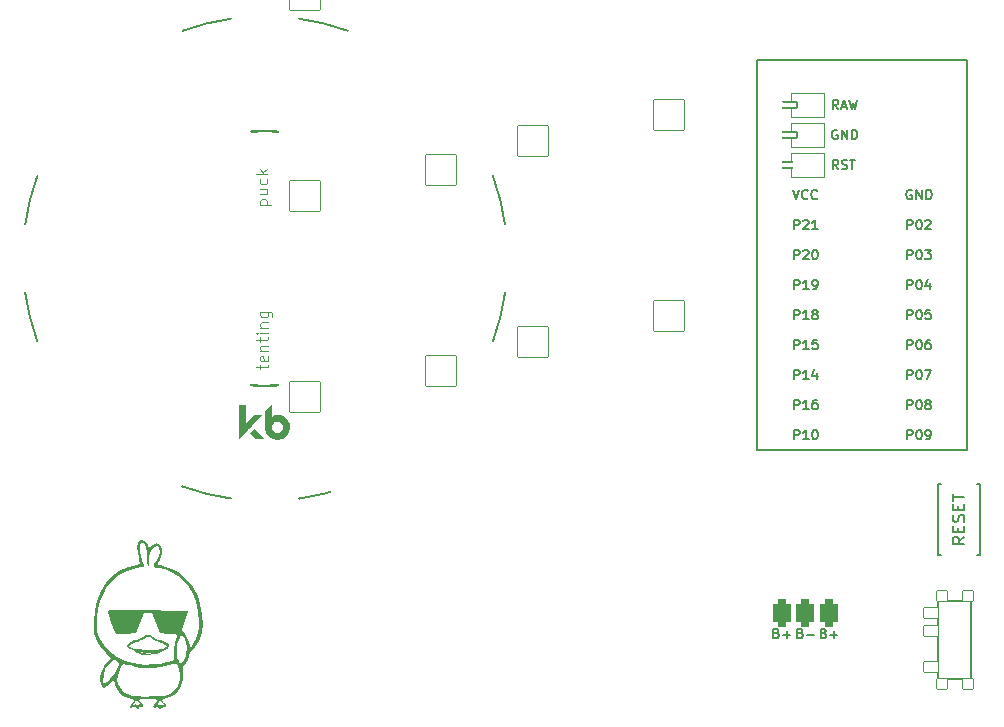
<source format=gto>
%TF.GenerationSoftware,KiCad,Pcbnew,(6.0.4)*%
%TF.CreationDate,2022-05-12T20:10:23+02:00*%
%TF.ProjectId,battoota,62617474-6f6f-4746-912e-6b696361645f,v1.0.0*%
%TF.SameCoordinates,Original*%
%TF.FileFunction,Legend,Top*%
%TF.FilePolarity,Positive*%
%FSLAX46Y46*%
G04 Gerber Fmt 4.6, Leading zero omitted, Abs format (unit mm)*
G04 Created by KiCad (PCBNEW (6.0.4)) date 2022-05-12 20:10:23*
%MOMM*%
%LPD*%
G01*
G04 APERTURE LIST*
G04 Aperture macros list*
%AMRoundRect*
0 Rectangle with rounded corners*
0 $1 Rounding radius*
0 $2 $3 $4 $5 $6 $7 $8 $9 X,Y pos of 4 corners*
0 Add a 4 corners polygon primitive as box body*
4,1,4,$2,$3,$4,$5,$6,$7,$8,$9,$2,$3,0*
0 Add four circle primitives for the rounded corners*
1,1,$1+$1,$2,$3*
1,1,$1+$1,$4,$5*
1,1,$1+$1,$6,$7*
1,1,$1+$1,$8,$9*
0 Add four rect primitives between the rounded corners*
20,1,$1+$1,$2,$3,$4,$5,0*
20,1,$1+$1,$4,$5,$6,$7,0*
20,1,$1+$1,$6,$7,$8,$9,0*
20,1,$1+$1,$8,$9,$2,$3,0*%
%AMFreePoly0*
4,1,16,0.535355,0.785355,0.550000,0.750000,0.550000,-0.750000,0.535355,-0.785355,0.500000,-0.800000,-0.650000,-0.800000,-0.685355,-0.785355,-0.700000,-0.750000,-0.691603,-0.722265,-0.210093,0.000000,-0.691603,0.722265,-0.699029,0.759806,-0.677735,0.791603,-0.650000,0.800000,0.500000,0.800000,0.535355,0.785355,0.535355,0.785355,$1*%
%AMFreePoly1*
4,1,16,0.535355,0.785355,0.541603,0.777735,1.041603,0.027735,1.049029,-0.009806,1.041603,-0.027735,0.541603,-0.777735,0.509806,-0.799029,0.500000,-0.800000,-0.500000,-0.800000,-0.535355,-0.785355,-0.550000,-0.750000,-0.550000,0.750000,-0.535355,0.785355,-0.500000,0.800000,0.500000,0.800000,0.535355,0.785355,0.535355,0.785355,$1*%
G04 Aperture macros list end*
%ADD10C,0.150000*%
%ADD11C,0.100000*%
%ADD12C,0.120000*%
%ADD13C,0.200000*%
%ADD14C,0.010000*%
%ADD15RoundRect,0.375000X-0.375000X-0.750000X0.375000X-0.750000X0.375000X0.750000X-0.375000X0.750000X0*%
%ADD16C,2.000000*%
%ADD17C,1.752600*%
%ADD18RoundRect,0.050000X-0.450000X0.450000X-0.450000X-0.450000X0.450000X-0.450000X0.450000X0.450000X0*%
%ADD19RoundRect,0.050000X-0.625000X0.450000X-0.625000X-0.450000X0.625000X-0.450000X0.625000X0.450000X0*%
%ADD20RoundRect,0.425000X-0.375000X-0.750000X0.375000X-0.750000X0.375000X0.750000X-0.375000X0.750000X0*%
%ADD21C,2.100000*%
%ADD22C,3.100000*%
%ADD23C,1.801800*%
%ADD24C,3.529000*%
%ADD25RoundRect,0.050000X-1.054507X-1.505993X1.505993X-1.054507X1.054507X1.505993X-1.505993X1.054507X0*%
%ADD26C,2.132000*%
%ADD27RoundRect,0.050000X-1.181751X-1.408356X1.408356X-1.181751X1.181751X1.408356X-1.408356X1.181751X0*%
%ADD28RoundRect,0.050000X-1.300000X-1.300000X1.300000X-1.300000X1.300000X1.300000X-1.300000X1.300000X0*%
%ADD29RoundRect,0.050000X-1.775833X-0.475833X0.475833X-1.775833X1.775833X0.475833X-0.475833X1.775833X0*%
%ADD30C,1.100000*%
%ADD31RoundRect,0.050000X-0.863113X-1.623279X1.623279X-0.863113X0.863113X1.623279X-1.623279X0.863113X0*%
%ADD32RoundRect,0.050000X-1.592168X-0.919239X0.919239X-1.592168X1.592168X0.919239X-0.919239X1.592168X0*%
%ADD33C,1.852600*%
%ADD34FreePoly0,180.000000*%
%ADD35RoundRect,0.050000X-0.762000X0.250000X-0.762000X-0.250000X0.762000X-0.250000X0.762000X0.250000X0*%
%ADD36FreePoly1,180.000000*%
%ADD37C,4.500000*%
G04 APERTURE END LIST*
D10*
%TO.C,PAD1*%
X149107300Y56420824D02*
X149221586Y56382729D01*
X149259681Y56344634D01*
X149297776Y56268443D01*
X149297776Y56154158D01*
X149259681Y56077967D01*
X149221586Y56039872D01*
X149145396Y56001777D01*
X148840634Y56001777D01*
X148840634Y56801777D01*
X149107300Y56801777D01*
X149183491Y56763682D01*
X149221586Y56725586D01*
X149259681Y56649396D01*
X149259681Y56573205D01*
X149221586Y56497015D01*
X149183491Y56458920D01*
X149107300Y56420824D01*
X148840634Y56420824D01*
X149640634Y56306539D02*
X150250157Y56306539D01*
X147107300Y56420824D02*
X147221586Y56382729D01*
X147259681Y56344634D01*
X147297776Y56268443D01*
X147297776Y56154158D01*
X147259681Y56077967D01*
X147221586Y56039872D01*
X147145396Y56001777D01*
X146840634Y56001777D01*
X146840634Y56801777D01*
X147107300Y56801777D01*
X147183491Y56763682D01*
X147221586Y56725586D01*
X147259681Y56649396D01*
X147259681Y56573205D01*
X147221586Y56497015D01*
X147183491Y56458920D01*
X147107300Y56420824D01*
X146840634Y56420824D01*
X147640634Y56306539D02*
X148250157Y56306539D01*
X147945396Y56001777D02*
X147945396Y56611301D01*
X151107300Y56420824D02*
X151221586Y56382729D01*
X151259681Y56344634D01*
X151297776Y56268443D01*
X151297776Y56154158D01*
X151259681Y56077967D01*
X151221586Y56039872D01*
X151145396Y56001777D01*
X150840634Y56001777D01*
X150840634Y56801777D01*
X151107300Y56801777D01*
X151183491Y56763682D01*
X151221586Y56725586D01*
X151259681Y56649396D01*
X151259681Y56573205D01*
X151221586Y56497015D01*
X151183491Y56458920D01*
X151107300Y56420824D01*
X150840634Y56420824D01*
X151640634Y56306539D02*
X152250157Y56306539D01*
X151945396Y56001777D02*
X151945396Y56611301D01*
%TO.C,B1*%
X163012380Y64587619D02*
X162536190Y64254285D01*
X163012380Y64016190D02*
X162012380Y64016190D01*
X162012380Y64397142D01*
X162060000Y64492380D01*
X162107619Y64540000D01*
X162202857Y64587619D01*
X162345714Y64587619D01*
X162440952Y64540000D01*
X162488571Y64492380D01*
X162536190Y64397142D01*
X162536190Y64016190D01*
X162488571Y65016190D02*
X162488571Y65349523D01*
X163012380Y65492380D02*
X163012380Y65016190D01*
X162012380Y65016190D01*
X162012380Y65492380D01*
X162964761Y65873333D02*
X163012380Y66016190D01*
X163012380Y66254285D01*
X162964761Y66349523D01*
X162917142Y66397142D01*
X162821904Y66444761D01*
X162726666Y66444761D01*
X162631428Y66397142D01*
X162583809Y66349523D01*
X162536190Y66254285D01*
X162488571Y66063809D01*
X162440952Y65968571D01*
X162393333Y65920952D01*
X162298095Y65873333D01*
X162202857Y65873333D01*
X162107619Y65920952D01*
X162060000Y65968571D01*
X162012380Y66063809D01*
X162012380Y66301904D01*
X162060000Y66444761D01*
X162488571Y66873333D02*
X162488571Y67206666D01*
X163012380Y67349523D02*
X163012380Y66873333D01*
X162012380Y66873333D01*
X162012380Y67349523D01*
X162012380Y67635238D02*
X162012380Y68206666D01*
X163012380Y67920952D02*
X162012380Y67920952D01*
%TO.C,MCU1*%
X158185784Y75380637D02*
X158185784Y76180637D01*
X158490546Y76180637D01*
X158566736Y76142542D01*
X158604832Y76104446D01*
X158642927Y76028256D01*
X158642927Y75913970D01*
X158604832Y75837780D01*
X158566736Y75799684D01*
X158490546Y75761589D01*
X158185784Y75761589D01*
X159138165Y76180637D02*
X159214355Y76180637D01*
X159290546Y76142542D01*
X159328641Y76104446D01*
X159366736Y76028256D01*
X159404832Y75875875D01*
X159404832Y75685399D01*
X159366736Y75533018D01*
X159328641Y75456827D01*
X159290546Y75418732D01*
X159214355Y75380637D01*
X159138165Y75380637D01*
X159061974Y75418732D01*
X159023879Y75456827D01*
X158985784Y75533018D01*
X158947689Y75685399D01*
X158947689Y75875875D01*
X158985784Y76028256D01*
X159023879Y76104446D01*
X159061974Y76142542D01*
X159138165Y76180637D01*
X159861974Y75837780D02*
X159785784Y75875875D01*
X159747689Y75913970D01*
X159709593Y75990161D01*
X159709593Y76028256D01*
X159747689Y76104446D01*
X159785784Y76142542D01*
X159861974Y76180637D01*
X160014355Y76180637D01*
X160090546Y76142542D01*
X160128641Y76104446D01*
X160166736Y76028256D01*
X160166736Y75990161D01*
X160128641Y75913970D01*
X160090546Y75875875D01*
X160014355Y75837780D01*
X159861974Y75837780D01*
X159785784Y75799684D01*
X159747689Y75761589D01*
X159709593Y75685399D01*
X159709593Y75533018D01*
X159747689Y75456827D01*
X159785784Y75418732D01*
X159861974Y75380637D01*
X160014355Y75380637D01*
X160090546Y75418732D01*
X160128641Y75456827D01*
X160166736Y75533018D01*
X160166736Y75685399D01*
X160128641Y75761589D01*
X160090546Y75799684D01*
X160014355Y75837780D01*
X148585784Y90620637D02*
X148585784Y91420637D01*
X148890546Y91420637D01*
X148966736Y91382542D01*
X149004832Y91344446D01*
X149042927Y91268256D01*
X149042927Y91153970D01*
X149004832Y91077780D01*
X148966736Y91039684D01*
X148890546Y91001589D01*
X148585784Y91001589D01*
X149347689Y91344446D02*
X149385784Y91382542D01*
X149461974Y91420637D01*
X149652451Y91420637D01*
X149728641Y91382542D01*
X149766736Y91344446D01*
X149804832Y91268256D01*
X149804832Y91192065D01*
X149766736Y91077780D01*
X149309593Y90620637D01*
X149804832Y90620637D01*
X150566736Y90620637D02*
X150109593Y90620637D01*
X150338165Y90620637D02*
X150338165Y91420637D01*
X150261974Y91306351D01*
X150185784Y91230161D01*
X150109593Y91192065D01*
X148585784Y77920637D02*
X148585784Y78720637D01*
X148890546Y78720637D01*
X148966736Y78682542D01*
X149004832Y78644446D01*
X149042927Y78568256D01*
X149042927Y78453970D01*
X149004832Y78377780D01*
X148966736Y78339684D01*
X148890546Y78301589D01*
X148585784Y78301589D01*
X149804832Y77920637D02*
X149347689Y77920637D01*
X149576260Y77920637D02*
X149576260Y78720637D01*
X149500070Y78606351D01*
X149423879Y78530161D01*
X149347689Y78492065D01*
X150490546Y78453970D02*
X150490546Y77920637D01*
X150300070Y78758732D02*
X150109593Y78187303D01*
X150604832Y78187303D01*
X148585784Y88080637D02*
X148585784Y88880637D01*
X148890546Y88880637D01*
X148966736Y88842542D01*
X149004832Y88804446D01*
X149042927Y88728256D01*
X149042927Y88613970D01*
X149004832Y88537780D01*
X148966736Y88499684D01*
X148890546Y88461589D01*
X148585784Y88461589D01*
X149347689Y88804446D02*
X149385784Y88842542D01*
X149461974Y88880637D01*
X149652451Y88880637D01*
X149728641Y88842542D01*
X149766736Y88804446D01*
X149804832Y88728256D01*
X149804832Y88652065D01*
X149766736Y88537780D01*
X149309593Y88080637D01*
X149804832Y88080637D01*
X150300070Y88880637D02*
X150376260Y88880637D01*
X150452451Y88842542D01*
X150490546Y88804446D01*
X150528641Y88728256D01*
X150566736Y88575875D01*
X150566736Y88385399D01*
X150528641Y88233018D01*
X150490546Y88156827D01*
X150452451Y88118732D01*
X150376260Y88080637D01*
X150300070Y88080637D01*
X150223879Y88118732D01*
X150185784Y88156827D01*
X150147689Y88233018D01*
X150109593Y88385399D01*
X150109593Y88575875D01*
X150147689Y88728256D01*
X150185784Y88804446D01*
X150223879Y88842542D01*
X150300070Y88880637D01*
X152305594Y95700637D02*
X152038928Y96081589D01*
X151848451Y95700637D02*
X151848451Y96500637D01*
X152153213Y96500637D01*
X152229404Y96462542D01*
X152267499Y96424446D01*
X152305594Y96348256D01*
X152305594Y96233970D01*
X152267499Y96157780D01*
X152229404Y96119684D01*
X152153213Y96081589D01*
X151848451Y96081589D01*
X152610356Y95738732D02*
X152724642Y95700637D01*
X152915118Y95700637D01*
X152991309Y95738732D01*
X153029404Y95776827D01*
X153067499Y95853018D01*
X153067499Y95929208D01*
X153029404Y96005399D01*
X152991309Y96043494D01*
X152915118Y96081589D01*
X152762737Y96119684D01*
X152686547Y96157780D01*
X152648451Y96195875D01*
X152610356Y96272065D01*
X152610356Y96348256D01*
X152648451Y96424446D01*
X152686547Y96462542D01*
X152762737Y96500637D01*
X152953213Y96500637D01*
X153067499Y96462542D01*
X153296070Y96500637D02*
X153753213Y96500637D01*
X153524642Y95700637D02*
X153524642Y96500637D01*
X158185784Y72840637D02*
X158185784Y73640637D01*
X158490546Y73640637D01*
X158566736Y73602542D01*
X158604832Y73564446D01*
X158642927Y73488256D01*
X158642927Y73373970D01*
X158604832Y73297780D01*
X158566736Y73259684D01*
X158490546Y73221589D01*
X158185784Y73221589D01*
X159138165Y73640637D02*
X159214355Y73640637D01*
X159290546Y73602542D01*
X159328641Y73564446D01*
X159366736Y73488256D01*
X159404832Y73335875D01*
X159404832Y73145399D01*
X159366736Y72993018D01*
X159328641Y72916827D01*
X159290546Y72878732D01*
X159214355Y72840637D01*
X159138165Y72840637D01*
X159061974Y72878732D01*
X159023879Y72916827D01*
X158985784Y72993018D01*
X158947689Y73145399D01*
X158947689Y73335875D01*
X158985784Y73488256D01*
X159023879Y73564446D01*
X159061974Y73602542D01*
X159138165Y73640637D01*
X159785784Y72840637D02*
X159938165Y72840637D01*
X160014355Y72878732D01*
X160052451Y72916827D01*
X160128641Y73031113D01*
X160166736Y73183494D01*
X160166736Y73488256D01*
X160128641Y73564446D01*
X160090546Y73602542D01*
X160014355Y73640637D01*
X159861974Y73640637D01*
X159785784Y73602542D01*
X159747689Y73564446D01*
X159709593Y73488256D01*
X159709593Y73297780D01*
X159747689Y73221589D01*
X159785784Y73183494D01*
X159861974Y73145399D01*
X160014355Y73145399D01*
X160090546Y73183494D01*
X160128641Y73221589D01*
X160166736Y73297780D01*
X148585784Y75380637D02*
X148585784Y76180637D01*
X148890546Y76180637D01*
X148966736Y76142542D01*
X149004832Y76104446D01*
X149042927Y76028256D01*
X149042927Y75913970D01*
X149004832Y75837780D01*
X148966736Y75799684D01*
X148890546Y75761589D01*
X148585784Y75761589D01*
X149804832Y75380637D02*
X149347689Y75380637D01*
X149576260Y75380637D02*
X149576260Y76180637D01*
X149500070Y76066351D01*
X149423879Y75990161D01*
X149347689Y75952065D01*
X150490546Y76180637D02*
X150338165Y76180637D01*
X150261974Y76142542D01*
X150223879Y76104446D01*
X150147689Y75990161D01*
X150109593Y75837780D01*
X150109593Y75533018D01*
X150147689Y75456827D01*
X150185784Y75418732D01*
X150261974Y75380637D01*
X150414355Y75380637D01*
X150490546Y75418732D01*
X150528641Y75456827D01*
X150566736Y75533018D01*
X150566736Y75723494D01*
X150528641Y75799684D01*
X150490546Y75837780D01*
X150414355Y75875875D01*
X150261974Y75875875D01*
X150185784Y75837780D01*
X150147689Y75799684D01*
X150109593Y75723494D01*
X152305595Y100780637D02*
X152038928Y101161589D01*
X151848452Y100780637D02*
X151848452Y101580637D01*
X152153214Y101580637D01*
X152229404Y101542542D01*
X152267499Y101504446D01*
X152305595Y101428256D01*
X152305595Y101313970D01*
X152267499Y101237780D01*
X152229404Y101199684D01*
X152153214Y101161589D01*
X151848452Y101161589D01*
X152610356Y101009208D02*
X152991309Y101009208D01*
X152534166Y100780637D02*
X152800833Y101580637D01*
X153067499Y100780637D01*
X153257976Y101580637D02*
X153448452Y100780637D01*
X153600833Y101352065D01*
X153753214Y100780637D01*
X153943690Y101580637D01*
X158185784Y90620637D02*
X158185784Y91420637D01*
X158490546Y91420637D01*
X158566736Y91382542D01*
X158604832Y91344446D01*
X158642927Y91268256D01*
X158642927Y91153970D01*
X158604832Y91077780D01*
X158566736Y91039684D01*
X158490546Y91001589D01*
X158185784Y91001589D01*
X159138165Y91420637D02*
X159214355Y91420637D01*
X159290546Y91382542D01*
X159328641Y91344446D01*
X159366736Y91268256D01*
X159404832Y91115875D01*
X159404832Y90925399D01*
X159366736Y90773018D01*
X159328641Y90696827D01*
X159290546Y90658732D01*
X159214355Y90620637D01*
X159138165Y90620637D01*
X159061974Y90658732D01*
X159023879Y90696827D01*
X158985784Y90773018D01*
X158947689Y90925399D01*
X158947689Y91115875D01*
X158985784Y91268256D01*
X159023879Y91344446D01*
X159061974Y91382542D01*
X159138165Y91420637D01*
X159709593Y91344446D02*
X159747689Y91382542D01*
X159823879Y91420637D01*
X160014355Y91420637D01*
X160090546Y91382542D01*
X160128641Y91344446D01*
X160166736Y91268256D01*
X160166736Y91192065D01*
X160128641Y91077780D01*
X159671498Y90620637D01*
X160166736Y90620637D01*
X148585784Y83000637D02*
X148585784Y83800637D01*
X148890546Y83800637D01*
X148966736Y83762542D01*
X149004832Y83724446D01*
X149042927Y83648256D01*
X149042927Y83533970D01*
X149004832Y83457780D01*
X148966736Y83419684D01*
X148890546Y83381589D01*
X148585784Y83381589D01*
X149804832Y83000637D02*
X149347689Y83000637D01*
X149576260Y83000637D02*
X149576260Y83800637D01*
X149500070Y83686351D01*
X149423879Y83610161D01*
X149347689Y83572065D01*
X150261974Y83457780D02*
X150185784Y83495875D01*
X150147689Y83533970D01*
X150109593Y83610161D01*
X150109593Y83648256D01*
X150147689Y83724446D01*
X150185784Y83762542D01*
X150261974Y83800637D01*
X150414355Y83800637D01*
X150490546Y83762542D01*
X150528641Y83724446D01*
X150566736Y83648256D01*
X150566736Y83610161D01*
X150528641Y83533970D01*
X150490546Y83495875D01*
X150414355Y83457780D01*
X150261974Y83457780D01*
X150185784Y83419684D01*
X150147689Y83381589D01*
X150109593Y83305399D01*
X150109593Y83153018D01*
X150147689Y83076827D01*
X150185784Y83038732D01*
X150261974Y83000637D01*
X150414355Y83000637D01*
X150490546Y83038732D01*
X150528641Y83076827D01*
X150566736Y83153018D01*
X150566736Y83305399D01*
X150528641Y83381589D01*
X150490546Y83419684D01*
X150414355Y83457780D01*
X148585784Y72840637D02*
X148585784Y73640637D01*
X148890546Y73640637D01*
X148966736Y73602542D01*
X149004832Y73564446D01*
X149042927Y73488256D01*
X149042927Y73373970D01*
X149004832Y73297780D01*
X148966736Y73259684D01*
X148890546Y73221589D01*
X148585784Y73221589D01*
X149804832Y72840637D02*
X149347689Y72840637D01*
X149576260Y72840637D02*
X149576260Y73640637D01*
X149500070Y73526351D01*
X149423879Y73450161D01*
X149347689Y73412065D01*
X150300070Y73640637D02*
X150376260Y73640637D01*
X150452451Y73602542D01*
X150490546Y73564446D01*
X150528641Y73488256D01*
X150566736Y73335875D01*
X150566736Y73145399D01*
X150528641Y72993018D01*
X150490546Y72916827D01*
X150452451Y72878732D01*
X150376260Y72840637D01*
X150300070Y72840637D01*
X150223879Y72878732D01*
X150185784Y72916827D01*
X150147689Y72993018D01*
X150109593Y73145399D01*
X150109593Y73335875D01*
X150147689Y73488256D01*
X150185784Y73564446D01*
X150223879Y73602542D01*
X150300070Y73640637D01*
X158547689Y93922542D02*
X158471498Y93960637D01*
X158357213Y93960637D01*
X158242927Y93922542D01*
X158166736Y93846351D01*
X158128641Y93770161D01*
X158090546Y93617780D01*
X158090546Y93503494D01*
X158128641Y93351113D01*
X158166736Y93274922D01*
X158242927Y93198732D01*
X158357213Y93160637D01*
X158433403Y93160637D01*
X158547689Y93198732D01*
X158585784Y93236827D01*
X158585784Y93503494D01*
X158433403Y93503494D01*
X158928641Y93160637D02*
X158928641Y93960637D01*
X159385784Y93160637D01*
X159385784Y93960637D01*
X159766736Y93160637D02*
X159766736Y93960637D01*
X159957213Y93960637D01*
X160071498Y93922542D01*
X160147689Y93846351D01*
X160185784Y93770161D01*
X160223879Y93617780D01*
X160223879Y93503494D01*
X160185784Y93351113D01*
X160147689Y93274922D01*
X160071498Y93198732D01*
X159957213Y93160637D01*
X159766736Y93160637D01*
X158185784Y88080637D02*
X158185784Y88880637D01*
X158490546Y88880637D01*
X158566736Y88842542D01*
X158604832Y88804446D01*
X158642927Y88728256D01*
X158642927Y88613970D01*
X158604832Y88537780D01*
X158566736Y88499684D01*
X158490546Y88461589D01*
X158185784Y88461589D01*
X159138165Y88880637D02*
X159214355Y88880637D01*
X159290546Y88842542D01*
X159328641Y88804446D01*
X159366736Y88728256D01*
X159404832Y88575875D01*
X159404832Y88385399D01*
X159366736Y88233018D01*
X159328641Y88156827D01*
X159290546Y88118732D01*
X159214355Y88080637D01*
X159138165Y88080637D01*
X159061974Y88118732D01*
X159023879Y88156827D01*
X158985784Y88233018D01*
X158947689Y88385399D01*
X158947689Y88575875D01*
X158985784Y88728256D01*
X159023879Y88804446D01*
X159061974Y88842542D01*
X159138165Y88880637D01*
X159671498Y88880637D02*
X160166736Y88880637D01*
X159900070Y88575875D01*
X160014355Y88575875D01*
X160090546Y88537780D01*
X160128641Y88499684D01*
X160166736Y88423494D01*
X160166736Y88233018D01*
X160128641Y88156827D01*
X160090546Y88118732D01*
X160014355Y88080637D01*
X159785784Y88080637D01*
X159709593Y88118732D01*
X159671498Y88156827D01*
X158185784Y77920637D02*
X158185784Y78720637D01*
X158490546Y78720637D01*
X158566736Y78682542D01*
X158604832Y78644446D01*
X158642927Y78568256D01*
X158642927Y78453970D01*
X158604832Y78377780D01*
X158566736Y78339684D01*
X158490546Y78301589D01*
X158185784Y78301589D01*
X159138165Y78720637D02*
X159214355Y78720637D01*
X159290546Y78682542D01*
X159328641Y78644446D01*
X159366736Y78568256D01*
X159404832Y78415875D01*
X159404832Y78225399D01*
X159366736Y78073018D01*
X159328641Y77996827D01*
X159290546Y77958732D01*
X159214355Y77920637D01*
X159138165Y77920637D01*
X159061974Y77958732D01*
X159023879Y77996827D01*
X158985784Y78073018D01*
X158947689Y78225399D01*
X158947689Y78415875D01*
X158985784Y78568256D01*
X159023879Y78644446D01*
X159061974Y78682542D01*
X159138165Y78720637D01*
X159671498Y78720637D02*
X160204832Y78720637D01*
X159861974Y77920637D01*
X148585784Y85540637D02*
X148585784Y86340637D01*
X148890546Y86340637D01*
X148966736Y86302542D01*
X149004832Y86264446D01*
X149042927Y86188256D01*
X149042927Y86073970D01*
X149004832Y85997780D01*
X148966736Y85959684D01*
X148890546Y85921589D01*
X148585784Y85921589D01*
X149804832Y85540637D02*
X149347689Y85540637D01*
X149576260Y85540637D02*
X149576260Y86340637D01*
X149500070Y86226351D01*
X149423879Y86150161D01*
X149347689Y86112065D01*
X150185784Y85540637D02*
X150338165Y85540637D01*
X150414355Y85578732D01*
X150452451Y85616827D01*
X150528641Y85731113D01*
X150566736Y85883494D01*
X150566736Y86188256D01*
X150528641Y86264446D01*
X150490546Y86302542D01*
X150414355Y86340637D01*
X150261974Y86340637D01*
X150185784Y86302542D01*
X150147689Y86264446D01*
X150109593Y86188256D01*
X150109593Y85997780D01*
X150147689Y85921589D01*
X150185784Y85883494D01*
X150261974Y85845399D01*
X150414355Y85845399D01*
X150490546Y85883494D01*
X150528641Y85921589D01*
X150566736Y85997780D01*
X152248452Y99002542D02*
X152172261Y99040637D01*
X152057976Y99040637D01*
X151943690Y99002542D01*
X151867499Y98926351D01*
X151829404Y98850161D01*
X151791309Y98697780D01*
X151791309Y98583494D01*
X151829404Y98431113D01*
X151867499Y98354922D01*
X151943690Y98278732D01*
X152057976Y98240637D01*
X152134166Y98240637D01*
X152248452Y98278732D01*
X152286547Y98316827D01*
X152286547Y98583494D01*
X152134166Y98583494D01*
X152629404Y98240637D02*
X152629404Y99040637D01*
X153086547Y98240637D01*
X153086547Y99040637D01*
X153467499Y98240637D02*
X153467499Y99040637D01*
X153657976Y99040637D01*
X153772261Y99002542D01*
X153848452Y98926351D01*
X153886547Y98850161D01*
X153924642Y98697780D01*
X153924642Y98583494D01*
X153886547Y98431113D01*
X153848452Y98354922D01*
X153772261Y98278732D01*
X153657976Y98240637D01*
X153467499Y98240637D01*
X158185784Y85540637D02*
X158185784Y86340637D01*
X158490546Y86340637D01*
X158566736Y86302542D01*
X158604832Y86264446D01*
X158642927Y86188256D01*
X158642927Y86073970D01*
X158604832Y85997780D01*
X158566736Y85959684D01*
X158490546Y85921589D01*
X158185784Y85921589D01*
X159138165Y86340637D02*
X159214355Y86340637D01*
X159290546Y86302542D01*
X159328641Y86264446D01*
X159366736Y86188256D01*
X159404832Y86035875D01*
X159404832Y85845399D01*
X159366736Y85693018D01*
X159328641Y85616827D01*
X159290546Y85578732D01*
X159214355Y85540637D01*
X159138165Y85540637D01*
X159061974Y85578732D01*
X159023879Y85616827D01*
X158985784Y85693018D01*
X158947689Y85845399D01*
X158947689Y86035875D01*
X158985784Y86188256D01*
X159023879Y86264446D01*
X159061974Y86302542D01*
X159138165Y86340637D01*
X160090546Y86073970D02*
X160090546Y85540637D01*
X159900070Y86378732D02*
X159709593Y85807303D01*
X160204832Y85807303D01*
X158185784Y83000637D02*
X158185784Y83800637D01*
X158490546Y83800637D01*
X158566736Y83762542D01*
X158604832Y83724446D01*
X158642927Y83648256D01*
X158642927Y83533970D01*
X158604832Y83457780D01*
X158566736Y83419684D01*
X158490546Y83381589D01*
X158185784Y83381589D01*
X159138165Y83800637D02*
X159214355Y83800637D01*
X159290546Y83762542D01*
X159328641Y83724446D01*
X159366736Y83648256D01*
X159404832Y83495875D01*
X159404832Y83305399D01*
X159366736Y83153018D01*
X159328641Y83076827D01*
X159290546Y83038732D01*
X159214355Y83000637D01*
X159138165Y83000637D01*
X159061974Y83038732D01*
X159023879Y83076827D01*
X158985784Y83153018D01*
X158947689Y83305399D01*
X158947689Y83495875D01*
X158985784Y83648256D01*
X159023879Y83724446D01*
X159061974Y83762542D01*
X159138165Y83800637D01*
X160128641Y83800637D02*
X159747689Y83800637D01*
X159709593Y83419684D01*
X159747689Y83457780D01*
X159823879Y83495875D01*
X160014355Y83495875D01*
X160090546Y83457780D01*
X160128641Y83419684D01*
X160166736Y83343494D01*
X160166736Y83153018D01*
X160128641Y83076827D01*
X160090546Y83038732D01*
X160014355Y83000637D01*
X159823879Y83000637D01*
X159747689Y83038732D01*
X159709593Y83076827D01*
X148585784Y80460637D02*
X148585784Y81260637D01*
X148890546Y81260637D01*
X148966736Y81222542D01*
X149004832Y81184446D01*
X149042927Y81108256D01*
X149042927Y80993970D01*
X149004832Y80917780D01*
X148966736Y80879684D01*
X148890546Y80841589D01*
X148585784Y80841589D01*
X149804832Y80460637D02*
X149347689Y80460637D01*
X149576260Y80460637D02*
X149576260Y81260637D01*
X149500070Y81146351D01*
X149423879Y81070161D01*
X149347689Y81032065D01*
X150528641Y81260637D02*
X150147689Y81260637D01*
X150109593Y80879684D01*
X150147689Y80917780D01*
X150223879Y80955875D01*
X150414355Y80955875D01*
X150490546Y80917780D01*
X150528641Y80879684D01*
X150566736Y80803494D01*
X150566736Y80613018D01*
X150528641Y80536827D01*
X150490546Y80498732D01*
X150414355Y80460637D01*
X150223879Y80460637D01*
X150147689Y80498732D01*
X150109593Y80536827D01*
X158185784Y80460637D02*
X158185784Y81260637D01*
X158490546Y81260637D01*
X158566736Y81222542D01*
X158604832Y81184446D01*
X158642927Y81108256D01*
X158642927Y80993970D01*
X158604832Y80917780D01*
X158566736Y80879684D01*
X158490546Y80841589D01*
X158185784Y80841589D01*
X159138165Y81260637D02*
X159214355Y81260637D01*
X159290546Y81222542D01*
X159328641Y81184446D01*
X159366736Y81108256D01*
X159404832Y80955875D01*
X159404832Y80765399D01*
X159366736Y80613018D01*
X159328641Y80536827D01*
X159290546Y80498732D01*
X159214355Y80460637D01*
X159138165Y80460637D01*
X159061974Y80498732D01*
X159023879Y80536827D01*
X158985784Y80613018D01*
X158947689Y80765399D01*
X158947689Y80955875D01*
X158985784Y81108256D01*
X159023879Y81184446D01*
X159061974Y81222542D01*
X159138165Y81260637D01*
X160090546Y81260637D02*
X159938165Y81260637D01*
X159861974Y81222542D01*
X159823879Y81184446D01*
X159747689Y81070161D01*
X159709593Y80917780D01*
X159709593Y80613018D01*
X159747689Y80536827D01*
X159785784Y80498732D01*
X159861974Y80460637D01*
X160014355Y80460637D01*
X160090546Y80498732D01*
X160128641Y80536827D01*
X160166736Y80613018D01*
X160166736Y80803494D01*
X160128641Y80879684D01*
X160090546Y80917780D01*
X160014355Y80955875D01*
X159861974Y80955875D01*
X159785784Y80917780D01*
X159747689Y80879684D01*
X159709593Y80803494D01*
X148490546Y93960637D02*
X148757213Y93160637D01*
X149023879Y93960637D01*
X149747689Y93236827D02*
X149709593Y93198732D01*
X149595308Y93160637D01*
X149519117Y93160637D01*
X149404832Y93198732D01*
X149328641Y93274922D01*
X149290546Y93351113D01*
X149252451Y93503494D01*
X149252451Y93617780D01*
X149290546Y93770161D01*
X149328641Y93846351D01*
X149404832Y93922542D01*
X149519117Y93960637D01*
X149595308Y93960637D01*
X149709593Y93922542D01*
X149747689Y93884446D01*
X150547689Y93236827D02*
X150509593Y93198732D01*
X150395308Y93160637D01*
X150319117Y93160637D01*
X150204832Y93198732D01*
X150128641Y93274922D01*
X150090546Y93351113D01*
X150052451Y93503494D01*
X150052451Y93617780D01*
X150090546Y93770161D01*
X150128641Y93846351D01*
X150204832Y93922542D01*
X150319117Y93960637D01*
X150395308Y93960637D01*
X150509593Y93922542D01*
X150547689Y93884446D01*
D11*
%TO.C,REF\u002A\u002A*%
X103392434Y78783427D02*
X103392434Y79164379D01*
X103059100Y78926284D02*
X103916243Y78926284D01*
X104011481Y78973903D01*
X104059100Y79069141D01*
X104059100Y79164379D01*
X104011481Y79878665D02*
X104059100Y79783427D01*
X104059100Y79592950D01*
X104011481Y79497712D01*
X103916243Y79450093D01*
X103535291Y79450093D01*
X103440053Y79497712D01*
X103392434Y79592950D01*
X103392434Y79783427D01*
X103440053Y79878665D01*
X103535291Y79926284D01*
X103630529Y79926284D01*
X103725767Y79450093D01*
X103392434Y80354855D02*
X104059100Y80354855D01*
X103487672Y80354855D02*
X103440053Y80402474D01*
X103392434Y80497712D01*
X103392434Y80640569D01*
X103440053Y80735807D01*
X103535291Y80783427D01*
X104059100Y80783427D01*
X103392434Y81116760D02*
X103392434Y81497712D01*
X103059100Y81259617D02*
X103916243Y81259617D01*
X104011481Y81307236D01*
X104059100Y81402474D01*
X104059100Y81497712D01*
X104059100Y81831046D02*
X103392434Y81831046D01*
X103059100Y81831046D02*
X103106720Y81783427D01*
X103154339Y81831046D01*
X103106720Y81878665D01*
X103059100Y81831046D01*
X103154339Y81831046D01*
X103392434Y82307236D02*
X104059100Y82307236D01*
X103487672Y82307236D02*
X103440053Y82354855D01*
X103392434Y82450093D01*
X103392434Y82592950D01*
X103440053Y82688188D01*
X103535291Y82735807D01*
X104059100Y82735807D01*
X103392434Y83640569D02*
X104201958Y83640569D01*
X104297196Y83592950D01*
X104344815Y83545331D01*
X104392434Y83450093D01*
X104392434Y83307236D01*
X104344815Y83211998D01*
X104011481Y83640569D02*
X104059100Y83545331D01*
X104059100Y83354855D01*
X104011481Y83259617D01*
X103963862Y83211998D01*
X103868624Y83164379D01*
X103582910Y83164379D01*
X103487672Y83211998D01*
X103440053Y83259617D01*
X103392434Y83354855D01*
X103392434Y83545331D01*
X103440053Y83640569D01*
X103328934Y92673927D02*
X104328934Y92673927D01*
X103376553Y92673927D02*
X103328934Y92769165D01*
X103328934Y92959641D01*
X103376553Y93054879D01*
X103424172Y93102498D01*
X103519410Y93150117D01*
X103805124Y93150117D01*
X103900362Y93102498D01*
X103947981Y93054879D01*
X103995600Y92959641D01*
X103995600Y92769165D01*
X103947981Y92673927D01*
X103328934Y94007260D02*
X103995600Y94007260D01*
X103328934Y93578688D02*
X103852743Y93578688D01*
X103947981Y93626307D01*
X103995600Y93721546D01*
X103995600Y93864403D01*
X103947981Y93959641D01*
X103900362Y94007260D01*
X103947981Y94912022D02*
X103995600Y94816784D01*
X103995600Y94626307D01*
X103947981Y94531069D01*
X103900362Y94483450D01*
X103805124Y94435831D01*
X103519410Y94435831D01*
X103424172Y94483450D01*
X103376553Y94531069D01*
X103328934Y94626307D01*
X103328934Y94816784D01*
X103376553Y94912022D01*
X103995600Y95340593D02*
X102995600Y95340593D01*
X103614648Y95435831D02*
X103995600Y95721546D01*
X103328934Y95721546D02*
X103709886Y95340593D01*
D10*
%TO.C,T1*%
X163592148Y59149495D02*
X160742148Y59149495D01*
X163592148Y53899495D02*
X163592148Y57799495D01*
X160742148Y59149495D02*
X160742148Y52549495D01*
X163592148Y55849495D02*
X163592148Y52549495D01*
X160742148Y52549495D02*
X163592148Y52549495D01*
X163592148Y55849495D02*
X163592148Y59149495D01*
%TO.C,B1*%
X160810000Y63040000D02*
X160810000Y69040000D01*
X164310000Y63040000D02*
X164310000Y69040000D01*
X160810000Y69040000D02*
X161060000Y69040000D01*
X164310000Y63040000D02*
X164060000Y63040000D01*
X164310000Y69040000D02*
X164060000Y69040000D01*
X160810000Y63040000D02*
X161060000Y63040000D01*
%TO.C,G\u002A\u002A\u002A*%
G36*
X92883978Y54811439D02*
G01*
X92740255Y54880814D01*
X92407058Y55056231D01*
X92211599Y55193916D01*
X92131416Y55310999D01*
X92130646Y55316839D01*
X92306885Y55316839D01*
X92323310Y55295956D01*
X92503738Y55201096D01*
X92814003Y55123189D01*
X93215242Y55064583D01*
X93668589Y55027628D01*
X94135180Y55014670D01*
X94576151Y55028060D01*
X94952637Y55070144D01*
X95174422Y55123679D01*
X95401772Y55233273D01*
X95460472Y55348492D01*
X95351061Y55468035D01*
X95074080Y55590598D01*
X94966078Y55625429D01*
X94664565Y55735323D01*
X94407590Y55860367D01*
X94283288Y55946404D01*
X94021677Y56093383D01*
X93736622Y56076183D01*
X93509613Y55948664D01*
X93306784Y55830100D01*
X93019752Y55709005D01*
X92844401Y55651219D01*
X92514387Y55534275D01*
X92332107Y55420696D01*
X92306885Y55316839D01*
X92130646Y55316839D01*
X92126422Y55348860D01*
X92205522Y55535943D01*
X92420663Y55696920D01*
X92738600Y55809825D01*
X92858300Y55832470D01*
X93154436Y55920791D01*
X93435028Y56068739D01*
X93454272Y56082600D01*
X93752550Y56247693D01*
X94019947Y56257391D01*
X94293936Y56111220D01*
X94343195Y56071400D01*
X94555160Y55931295D01*
X94751676Y55860051D01*
X94778751Y55857874D01*
X94966352Y55822347D01*
X95222502Y55735067D01*
X95328663Y55689960D01*
X95559074Y55566867D01*
X95659234Y55452976D01*
X95667330Y55340633D01*
X95591473Y55163612D01*
X95513088Y55091950D01*
X95111759Y54891462D01*
X94805697Y54759395D01*
X94543443Y54679643D01*
X94273536Y54636100D01*
X93989088Y54614958D01*
X93653008Y54603783D01*
X93402897Y54622991D01*
X93169604Y54687303D01*
X93109985Y54713214D01*
X93673799Y54713214D01*
X93780173Y54699930D01*
X93904422Y54697460D01*
X94087543Y54704065D01*
X94137812Y54720951D01*
X94094922Y54734152D01*
X93848204Y54748159D01*
X93713922Y54734152D01*
X93673799Y54713214D01*
X93109985Y54713214D01*
X92957906Y54779309D01*
X93263810Y54779309D01*
X93347033Y54765751D01*
X93456847Y54781317D01*
X93458158Y54810219D01*
X93344841Y54830431D01*
X93295880Y54816903D01*
X93263810Y54779309D01*
X92957906Y54779309D01*
X92883978Y54811439D01*
G37*
G36*
X94497088Y50503045D02*
G01*
X94643295Y50652401D01*
X94666692Y50756195D01*
X94555768Y50821445D01*
X94299012Y50855169D01*
X93904422Y50864400D01*
X93568863Y50857043D01*
X93308698Y50837338D01*
X93161697Y50808830D01*
X93142422Y50792855D01*
X93199034Y50688346D01*
X93311755Y50568066D01*
X93447142Y50400898D01*
X93476988Y50265739D01*
X93400694Y50201812D01*
X93317223Y50210169D01*
X93160615Y50195335D01*
X93108213Y50135377D01*
X93006711Y50026556D01*
X92885968Y50061683D01*
X92834968Y50143183D01*
X92754841Y50223695D01*
X92631524Y50185516D01*
X92462694Y50111812D01*
X92392654Y50148018D01*
X92380422Y50271016D01*
X92421728Y50379808D01*
X92582791Y50379808D01*
X92677340Y50385158D01*
X92749034Y50430786D01*
X92849174Y50473905D01*
X92916959Y50373574D01*
X92929388Y50337018D01*
X92980358Y50214712D01*
X93017398Y50247358D01*
X93029700Y50288207D01*
X93124266Y50392124D01*
X93211226Y50386159D01*
X93282980Y50379386D01*
X93221385Y50454321D01*
X93173785Y50496685D01*
X93022640Y50657352D01*
X92947636Y50779733D01*
X92909598Y50852446D01*
X92895106Y50761545D01*
X92821498Y50610467D01*
X92711837Y50521852D01*
X92594181Y50433079D01*
X92582791Y50379808D01*
X92421728Y50379808D01*
X92447013Y50446405D01*
X92549755Y50545382D01*
X92693986Y50671444D01*
X92682018Y50778173D01*
X92509132Y50871978D01*
X92258894Y50940441D01*
X91805541Y51124714D01*
X91433524Y51442555D01*
X91170096Y51867066D01*
X91092709Y52091419D01*
X90991439Y52470057D01*
X90775764Y52332967D01*
X90561682Y52165937D01*
X90369908Y51974638D01*
X90179727Y51753400D01*
X90000313Y51965066D01*
X89869742Y52239974D01*
X89848473Y52501801D01*
X90095204Y52501801D01*
X90102772Y52276291D01*
X90139765Y52147704D01*
X90163941Y52134400D01*
X90256374Y52188909D01*
X90430173Y52331426D01*
X90603135Y52489954D01*
X91293284Y52489954D01*
X91375226Y52110208D01*
X91476501Y51873648D01*
X91654061Y51601911D01*
X91877885Y51393116D01*
X92168936Y51241165D01*
X92548174Y51139962D01*
X93036561Y51083409D01*
X93655058Y51065408D01*
X94226220Y51073792D01*
X94708800Y51090617D01*
X95060360Y51114249D01*
X95319209Y51150426D01*
X95523658Y51204883D01*
X95712015Y51283357D01*
X95750220Y51301989D01*
X96123921Y51577407D01*
X96396496Y51966219D01*
X96555900Y52437813D01*
X96590089Y52961576D01*
X96540529Y53310769D01*
X96455508Y53618649D01*
X96347306Y53796201D01*
X96181045Y53859979D01*
X95921846Y53826536D01*
X95630184Y53742813D01*
X94953530Y53587774D01*
X94197082Y53510253D01*
X93433171Y53513392D01*
X92734127Y53600336D01*
X92668971Y53614115D01*
X92335075Y53693216D01*
X92053420Y53769503D01*
X91875159Y53828891D01*
X91854808Y53838335D01*
X91752825Y53860391D01*
X91681082Y53771888D01*
X91623707Y53593361D01*
X91533656Y53336287D01*
X91426116Y53126554D01*
X91411179Y53105450D01*
X91304319Y52839623D01*
X91293284Y52489954D01*
X90603135Y52489954D01*
X90635426Y52519550D01*
X90866152Y52778902D01*
X91090809Y53095367D01*
X91281265Y53421544D01*
X91409387Y53710034D01*
X91448261Y53889059D01*
X91380701Y53995723D01*
X91215710Y54113267D01*
X91203142Y54119902D01*
X91054781Y54186990D01*
X90944970Y54184016D01*
X90822020Y54091411D01*
X90654733Y53912295D01*
X90448858Y53651510D01*
X90275909Y53376808D01*
X90223346Y53268946D01*
X90158061Y53047223D01*
X90114491Y52775143D01*
X90095204Y52501801D01*
X89848473Y52501801D01*
X89840202Y52603612D01*
X89902370Y53016274D01*
X90046922Y53438258D01*
X90264536Y53829856D01*
X90504870Y54113825D01*
X90761494Y54357583D01*
X90302999Y54776621D01*
X89826443Y55321596D01*
X89567296Y55759042D01*
X89447141Y56012240D01*
X89368080Y56220018D01*
X89321752Y56429518D01*
X89299794Y56687883D01*
X89293841Y57042258D01*
X89294371Y57297579D01*
X89297495Y57341400D01*
X89553696Y57341400D01*
X89557400Y56928222D01*
X89578822Y56628157D01*
X89627684Y56385171D01*
X89713705Y56143232D01*
X89792844Y55962855D01*
X90136304Y55401988D01*
X90621028Y54892268D01*
X91222119Y54452211D01*
X91914683Y54100333D01*
X92603812Y53872265D01*
X93082786Y53794861D01*
X93663314Y53766986D01*
X94285788Y53786196D01*
X94890603Y53850046D01*
X95418152Y53956093D01*
X95543239Y53992802D01*
X96123723Y54178753D01*
X96070295Y54617077D01*
X96079465Y55080285D01*
X96325881Y55080285D01*
X96327710Y54677744D01*
X96375168Y54316992D01*
X96467775Y54056944D01*
X96475134Y54045253D01*
X96628143Y53811733D01*
X96826284Y53997877D01*
X96966130Y54193782D01*
X97086957Y54469968D01*
X97121864Y54590190D01*
X97176721Y55146150D01*
X97084261Y55689335D01*
X96907681Y56083336D01*
X96784247Y56274447D01*
X96713207Y56333717D01*
X96666647Y56278387D01*
X96652846Y56240733D01*
X96579443Y56050036D01*
X96475242Y55806585D01*
X96461032Y55775066D01*
X96370162Y55465698D01*
X96325881Y55080285D01*
X96079465Y55080285D01*
X96082096Y55213210D01*
X96150582Y55521066D01*
X96262396Y55901980D01*
X96322245Y56147438D01*
X96311960Y56287910D01*
X96213374Y56353867D01*
X96008320Y56375778D01*
X95678630Y56384113D01*
X95635186Y56385469D01*
X94892188Y56410066D01*
X94545362Y57256733D01*
X94198535Y58103400D01*
X93537991Y58103400D01*
X92844243Y56410066D01*
X91992187Y56386102D01*
X91140130Y56362137D01*
X90785489Y57302541D01*
X90651479Y57677144D01*
X90550559Y57997120D01*
X90492705Y58227962D01*
X90487272Y58334241D01*
X90565612Y58358671D01*
X90770969Y58376347D01*
X91110443Y58387339D01*
X91591135Y58391713D01*
X92220147Y58389538D01*
X93004578Y58380882D01*
X93892620Y58366851D01*
X94628610Y58353119D01*
X95310377Y58338793D01*
X95919653Y58324376D01*
X96438166Y58310372D01*
X96847646Y58297287D01*
X97129824Y58285624D01*
X97266428Y58275889D01*
X97276286Y58273424D01*
X97264632Y58184166D01*
X97205275Y57971704D01*
X97108818Y57671815D01*
X97032008Y57449106D01*
X96752989Y56659530D01*
X96977731Y56434787D01*
X97139512Y56205119D01*
X97287131Y55877216D01*
X97345176Y55696772D01*
X97487878Y55183498D01*
X97700397Y55496248D01*
X97963013Y55953635D01*
X98127499Y56429344D01*
X98208157Y56975786D01*
X98222422Y57409186D01*
X98153236Y58317446D01*
X97951835Y59154138D01*
X97627455Y59906649D01*
X97189332Y60562370D01*
X96646702Y61108689D01*
X96008799Y61532995D01*
X95284861Y61822677D01*
X94928718Y61906649D01*
X94599418Y61983285D01*
X94428121Y62077514D01*
X94403843Y62217712D01*
X94515598Y62432257D01*
X94652421Y62620354D01*
X94830072Y62942212D01*
X94878088Y63278409D01*
X94844099Y63599871D01*
X94740227Y63769180D01*
X94563612Y63789686D01*
X94470459Y63756294D01*
X94256563Y63572819D01*
X94090860Y63257823D01*
X93987793Y62845723D01*
X93961254Y62542942D01*
X93942369Y62227069D01*
X93913023Y62069667D01*
X93879665Y62060719D01*
X93848740Y62190208D01*
X93826695Y62448119D01*
X93819755Y62762786D01*
X93794031Y63302679D01*
X93718779Y63706619D01*
X93596879Y63965572D01*
X93431210Y64070503D01*
X93402355Y64072400D01*
X93240506Y63997740D01*
X93178928Y63867659D01*
X93168326Y63649227D01*
X93203966Y63327445D01*
X93275583Y62958591D01*
X93372909Y62598940D01*
X93448998Y62387233D01*
X93520542Y62193920D01*
X93546125Y62082449D01*
X93543788Y62074878D01*
X93455295Y62047212D01*
X93243659Y61996299D01*
X92951733Y61932349D01*
X92901052Y61921718D01*
X92094895Y61683228D01*
X91407043Y61325848D01*
X90829831Y60843852D01*
X90355594Y60231511D01*
X90150404Y59866170D01*
X89844649Y59165956D01*
X89655204Y58486382D01*
X89565908Y57759066D01*
X89553696Y57341400D01*
X89297495Y57341400D01*
X89363677Y58269694D01*
X89557951Y59160199D01*
X89870025Y59958686D01*
X90292730Y60654747D01*
X90818899Y61237974D01*
X91441364Y61697957D01*
X92152957Y62024288D01*
X92640005Y62155797D01*
X92910572Y62216488D01*
X93107206Y62270853D01*
X93176676Y62300432D01*
X93180759Y62399663D01*
X93145166Y62609747D01*
X93097975Y62806337D01*
X92993959Y63324682D01*
X92978234Y63751062D01*
X93050080Y64065427D01*
X93148207Y64204636D01*
X93288440Y64307755D01*
X93415811Y64302972D01*
X93550374Y64235849D01*
X93757738Y64062353D01*
X93889118Y63876231D01*
X94000814Y63643880D01*
X94255447Y63858140D01*
X94465557Y64016970D01*
X94614991Y64056293D01*
X94762434Y63976714D01*
X94881937Y63864582D01*
X95052086Y63582213D01*
X95095465Y63231293D01*
X95012346Y62855224D01*
X94873903Y62592622D01*
X94750576Y62399963D01*
X94685927Y62277032D01*
X94683403Y62256510D01*
X94773050Y62230420D01*
X94979276Y62181344D01*
X95193103Y62133920D01*
X95946464Y61887855D01*
X96621090Y61496722D01*
X97208237Y60969645D01*
X97699161Y60315748D01*
X98085118Y59544155D01*
X98301239Y58890731D01*
X98476901Y58009790D01*
X98519445Y57191338D01*
X98430843Y56447007D01*
X98213068Y55788428D01*
X97868093Y55227231D01*
X97637308Y54976059D01*
X97473252Y54785159D01*
X97382263Y54611451D01*
X97375755Y54570520D01*
X97333745Y54375923D01*
X97229657Y54132103D01*
X97096407Y53901142D01*
X96966910Y53745125D01*
X96923569Y53717622D01*
X96862620Y53652314D01*
X96826491Y53494962D01*
X96811185Y53217437D01*
X96810852Y52924013D01*
X96806347Y52515991D01*
X96776410Y52219573D01*
X96711941Y51977819D01*
X96628666Y51784018D01*
X96338971Y51371594D01*
X95938500Y51071362D01*
X95461927Y50909110D01*
X95449588Y50907085D01*
X95193056Y50836684D01*
X95098588Y50736465D01*
X95168749Y50611297D01*
X95259088Y50545382D01*
X95394479Y50409715D01*
X95419029Y50274923D01*
X95330265Y50193370D01*
X95276022Y50187066D01*
X95084469Y50130817D01*
X95016322Y50081233D01*
X94911884Y50026348D01*
X94806703Y50114193D01*
X94795850Y50128633D01*
X94684763Y50221542D01*
X94627219Y50192133D01*
X94510362Y50109045D01*
X94383563Y50127496D01*
X94327755Y50230229D01*
X94363786Y50319728D01*
X94534456Y50319728D01*
X94548861Y50309933D01*
X94611115Y50354962D01*
X94740775Y50428040D01*
X94827524Y50366648D01*
X94862211Y50310067D01*
X94937077Y50200571D01*
X94974362Y50237014D01*
X94986321Y50288207D01*
X95072375Y50393271D01*
X95158559Y50389280D01*
X95217430Y50391348D01*
X95130255Y50474349D01*
X95110922Y50488967D01*
X94967179Y50640336D01*
X94913737Y50768893D01*
X94899684Y50857263D01*
X94860890Y50780451D01*
X94860628Y50779733D01*
X94774293Y50627497D01*
X94634478Y50443629D01*
X94534456Y50319728D01*
X94363786Y50319728D01*
X94387506Y50378647D01*
X94497088Y50503045D01*
G37*
D12*
%TO.C,MCU1*%
X151118690Y99602542D02*
X151118690Y97602542D01*
X148318690Y99602542D02*
X151118690Y99602542D01*
X148318690Y97062542D02*
X151118690Y97062542D01*
D10*
X163247213Y104952542D02*
X145467213Y104952542D01*
D12*
X148318690Y102142542D02*
X151118690Y102142542D01*
X151118690Y97062542D02*
X151118690Y95062542D01*
X148318690Y97602542D02*
X148318690Y98272542D01*
X148318690Y95062542D02*
X148318690Y95747542D01*
X151118690Y95062542D02*
X148318690Y95062542D01*
X151118690Y102142542D02*
X151118690Y100142542D01*
D10*
X145467213Y71932542D02*
X163247213Y71932542D01*
D12*
X148318690Y96397542D02*
X148318690Y97062542D01*
X148318690Y101472542D02*
X148318690Y102142542D01*
D10*
X145467213Y104952542D02*
X145467213Y71932542D01*
D12*
X151118690Y100142542D02*
X148318690Y100142542D01*
D10*
X163247213Y71932542D02*
X163247213Y104952542D01*
D12*
X148318690Y98922542D02*
X148318690Y99602542D01*
X151118690Y97602542D02*
X148318690Y97602542D01*
X148318690Y100142542D02*
X148318690Y100822542D01*
D13*
%TO.C,REF\u002A\u002A*%
X124117220Y90998927D02*
G75*
G03*
X123083355Y95149472I-20320019J-2857506D01*
G01*
X104925605Y98877290D02*
G75*
G03*
X103797220Y98936427I-1128385J-10735763D01*
G01*
X102587299Y77432504D02*
G75*
G03*
X103715684Y77373368I1128379J10735785D01*
G01*
X96789174Y68855292D02*
G75*
G03*
X100939720Y67821427I7008046J19286135D01*
G01*
X102668835Y77405563D02*
G75*
G03*
X103797220Y77346427I1128379J10735785D01*
G01*
X83477220Y85283927D02*
G75*
G03*
X84511086Y81133380I20319953J2857490D01*
G01*
X103715684Y77373368D02*
G75*
G03*
X104844069Y77432504I6J10794921D01*
G01*
X100939720Y108461427D02*
G75*
G03*
X96789172Y107427561I2857496J-20319983D01*
G01*
X104844069Y98904232D02*
G75*
G03*
X103715684Y98963368I-1128379J-10735785D01*
G01*
X103715684Y98963368D02*
G75*
G03*
X102587299Y98904232I-6J-10794921D01*
G01*
X123083355Y81133381D02*
G75*
G03*
X124117220Y85283927I-19286185J7008058D01*
G01*
X106654720Y67821427D02*
G75*
G03*
X110805267Y68855293I-2857500J20320000D01*
G01*
X84511086Y95149475D02*
G75*
G03*
X83477220Y90998927I19286117J-7008044D01*
G01*
X103797220Y98936427D02*
G75*
G03*
X102668835Y98877291I-6J-10794921D01*
G01*
X103797220Y77346426D02*
G75*
G03*
X104925605Y77405563I0J10794901D01*
G01*
X110805267Y107427561D02*
G75*
G03*
X106654720Y108461427I-7008047J-19286134D01*
G01*
G36*
X103789573Y73983779D02*
G01*
X103788170Y74090408D01*
X103787126Y74213064D01*
X103786462Y74350336D01*
X103786201Y74500810D01*
X103786198Y74512546D01*
X103786111Y75204260D01*
X104293815Y75714286D01*
X104293963Y75220718D01*
X104294155Y75116478D01*
X104294644Y75019733D01*
X104295394Y74932847D01*
X104296370Y74858185D01*
X104297539Y74798110D01*
X104298866Y74754987D01*
X104300315Y74731180D01*
X104301223Y74727150D01*
X104313654Y74733464D01*
X104338500Y74749807D01*
X104362634Y74767009D01*
X104477331Y74837731D01*
X104599547Y74886835D01*
X104729930Y74914511D01*
X104869131Y74920949D01*
X104886943Y74920281D01*
X104976578Y74913729D01*
X105053061Y74901792D01*
X105124713Y74882300D01*
X105199851Y74853083D01*
X105269702Y74820444D01*
X105397635Y74745151D01*
X105510555Y74653171D01*
X105607449Y74546182D01*
X105687307Y74425857D01*
X105749117Y74293872D01*
X105791869Y74151903D01*
X105814550Y74001624D01*
X105818111Y73911954D01*
X105807820Y73759476D01*
X105776464Y73614912D01*
X105723319Y73475676D01*
X105666064Y73368757D01*
X105580352Y73248464D01*
X105478739Y73143615D01*
X105363406Y73055293D01*
X105236531Y72984579D01*
X105100295Y72932556D01*
X104956876Y72900303D01*
X104808455Y72888904D01*
X104708209Y72893387D01*
X104563601Y72918268D01*
X104423033Y72964543D01*
X104289860Y73030522D01*
X104167440Y73114519D01*
X104059128Y73214845D01*
X104050734Y73224011D01*
X103969603Y73328131D01*
X103899911Y73446313D01*
X103844745Y73572176D01*
X103807192Y73699336D01*
X103798323Y73745786D01*
X103795710Y73774181D01*
X103793365Y73824253D01*
X103791896Y73874587D01*
X104288234Y73874587D01*
X104298806Y73777038D01*
X104329238Y73683019D01*
X104357892Y73628874D01*
X104424826Y73540591D01*
X104504307Y73469714D01*
X104593739Y73417221D01*
X104690525Y73384089D01*
X104792066Y73371295D01*
X104895767Y73379816D01*
X104968594Y73399104D01*
X105011591Y73415190D01*
X105052496Y73432550D01*
X105068663Y73440326D01*
X105113949Y73471330D01*
X105163272Y73517524D01*
X105211329Y73572980D01*
X105252814Y73631774D01*
X105274302Y73670101D01*
X105294483Y73714347D01*
X105307128Y73752955D01*
X105314485Y73795247D01*
X105318803Y73850550D01*
X105319085Y73855840D01*
X105315717Y73963085D01*
X105292861Y74060977D01*
X105249209Y74154400D01*
X105231439Y74182929D01*
X105166897Y74260833D01*
X105088080Y74323003D01*
X104998444Y74368499D01*
X104901445Y74396377D01*
X104800541Y74405697D01*
X104699189Y74395515D01*
X104600843Y74364890D01*
X104586840Y74358604D01*
X104498888Y74305655D01*
X104424898Y74237441D01*
X104365855Y74157095D01*
X104322742Y74067748D01*
X104296540Y73972535D01*
X104288234Y73874587D01*
X103791896Y73874587D01*
X103791312Y73894590D01*
X103789573Y73983779D01*
G37*
D14*
X103789573Y73983779D02*
X103788170Y74090408D01*
X103787126Y74213064D01*
X103786462Y74350336D01*
X103786201Y74500810D01*
X103786198Y74512546D01*
X103786111Y75204260D01*
X104293815Y75714286D01*
X104293963Y75220718D01*
X104294155Y75116478D01*
X104294644Y75019733D01*
X104295394Y74932847D01*
X104296370Y74858185D01*
X104297539Y74798110D01*
X104298866Y74754987D01*
X104300315Y74731180D01*
X104301223Y74727150D01*
X104313654Y74733464D01*
X104338500Y74749807D01*
X104362634Y74767009D01*
X104477331Y74837731D01*
X104599547Y74886835D01*
X104729930Y74914511D01*
X104869131Y74920949D01*
X104886943Y74920281D01*
X104976578Y74913729D01*
X105053061Y74901792D01*
X105124713Y74882300D01*
X105199851Y74853083D01*
X105269702Y74820444D01*
X105397635Y74745151D01*
X105510555Y74653171D01*
X105607449Y74546182D01*
X105687307Y74425857D01*
X105749117Y74293872D01*
X105791869Y74151903D01*
X105814550Y74001624D01*
X105818111Y73911954D01*
X105807820Y73759476D01*
X105776464Y73614912D01*
X105723319Y73475676D01*
X105666064Y73368757D01*
X105580352Y73248464D01*
X105478739Y73143615D01*
X105363406Y73055293D01*
X105236531Y72984579D01*
X105100295Y72932556D01*
X104956876Y72900303D01*
X104808455Y72888904D01*
X104708209Y72893387D01*
X104563601Y72918268D01*
X104423033Y72964543D01*
X104289860Y73030522D01*
X104167440Y73114519D01*
X104059128Y73214845D01*
X104050734Y73224011D01*
X103969603Y73328131D01*
X103899911Y73446313D01*
X103844745Y73572176D01*
X103807192Y73699336D01*
X103798323Y73745786D01*
X103795710Y73774181D01*
X103793365Y73824253D01*
X103791896Y73874587D01*
X104288234Y73874587D01*
X104298806Y73777038D01*
X104329238Y73683019D01*
X104357892Y73628874D01*
X104424826Y73540591D01*
X104504307Y73469714D01*
X104593739Y73417221D01*
X104690525Y73384089D01*
X104792066Y73371295D01*
X104895767Y73379816D01*
X104968594Y73399104D01*
X105011591Y73415190D01*
X105052496Y73432550D01*
X105068663Y73440326D01*
X105113949Y73471330D01*
X105163272Y73517524D01*
X105211329Y73572980D01*
X105252814Y73631774D01*
X105274302Y73670101D01*
X105294483Y73714347D01*
X105307128Y73752955D01*
X105314485Y73795247D01*
X105318803Y73850550D01*
X105319085Y73855840D01*
X105315717Y73963085D01*
X105292861Y74060977D01*
X105249209Y74154400D01*
X105231439Y74182929D01*
X105166897Y74260833D01*
X105088080Y74323003D01*
X104998444Y74368499D01*
X104901445Y74396377D01*
X104800541Y74405697D01*
X104699189Y74395515D01*
X104600843Y74364890D01*
X104586840Y74358604D01*
X104498888Y74305655D01*
X104424898Y74237441D01*
X104365855Y74157095D01*
X104322742Y74067748D01*
X104296540Y73972535D01*
X104288234Y73874587D01*
X103791896Y73874587D01*
X103791312Y73894590D01*
X103789573Y73983779D01*
G36*
X102088929Y74086501D02*
G01*
X102891875Y74889201D01*
X103180243Y74886107D01*
X103468611Y74883014D01*
X102621387Y74022877D01*
X102503462Y73903154D01*
X102388663Y73786605D01*
X102278209Y73674465D01*
X102173317Y73567972D01*
X102075205Y73468361D01*
X101985090Y73376868D01*
X101904191Y73294731D01*
X101833724Y73223186D01*
X101774908Y73163468D01*
X101728961Y73116814D01*
X101697100Y73084461D01*
X101683319Y73070465D01*
X101592475Y72978189D01*
X101592475Y75720059D01*
X102088929Y75720059D01*
X102088929Y74086501D01*
G37*
X102088929Y74086501D02*
X102891875Y74889201D01*
X103180243Y74886107D01*
X103468611Y74883014D01*
X102621387Y74022877D01*
X102503462Y73903154D01*
X102388663Y73786605D01*
X102278209Y73674465D01*
X102173317Y73567972D01*
X102075205Y73468361D01*
X101985090Y73376868D01*
X101904191Y73294731D01*
X101833724Y73223186D01*
X101774908Y73163468D01*
X101728961Y73116814D01*
X101697100Y73084461D01*
X101683319Y73070465D01*
X101592475Y72978189D01*
X101592475Y75720059D01*
X102088929Y75720059D01*
X102088929Y74086501D01*
G36*
X102895709Y73679970D02*
G01*
X102918412Y73657107D01*
X102952891Y73621576D01*
X102997160Y73575484D01*
X103049227Y73520938D01*
X103107106Y73460044D01*
X103168805Y73394909D01*
X103232338Y73327639D01*
X103295713Y73260341D01*
X103356943Y73195122D01*
X103414039Y73134087D01*
X103465011Y73079344D01*
X103507871Y73032999D01*
X103540629Y72997159D01*
X103561297Y72973930D01*
X103563590Y72971239D01*
X103591891Y72937604D01*
X102971877Y72937604D01*
X102798527Y73113673D01*
X102744785Y73168416D01*
X102694502Y73219929D01*
X102650686Y73265109D01*
X102616340Y73300855D01*
X102594472Y73324064D01*
X102591295Y73327556D01*
X102557413Y73365371D01*
X102718448Y73526715D01*
X102768161Y73576170D01*
X102812385Y73619495D01*
X102848532Y73654208D01*
X102874014Y73677828D01*
X102886243Y73687876D01*
X102886774Y73688059D01*
X102895709Y73679970D01*
G37*
X102895709Y73679970D02*
X102918412Y73657107D01*
X102952891Y73621576D01*
X102997160Y73575484D01*
X103049227Y73520938D01*
X103107106Y73460044D01*
X103168805Y73394909D01*
X103232338Y73327639D01*
X103295713Y73260341D01*
X103356943Y73195122D01*
X103414039Y73134087D01*
X103465011Y73079344D01*
X103507871Y73032999D01*
X103540629Y72997159D01*
X103561297Y72973930D01*
X103563590Y72971239D01*
X103591891Y72937604D01*
X102971877Y72937604D01*
X102798527Y73113673D01*
X102744785Y73168416D01*
X102694502Y73219929D01*
X102650686Y73265109D01*
X102616340Y73300855D01*
X102594472Y73324064D01*
X102591295Y73327556D01*
X102557413Y73365371D01*
X102718448Y73526715D01*
X102768161Y73576170D01*
X102812385Y73619495D01*
X102848532Y73654208D01*
X102874014Y73677828D01*
X102886243Y73687876D01*
X102886774Y73688059D01*
X102895709Y73679970D01*
%TD*%
D15*
%TO.C,PAD1*%
X151545396Y58163682D03*
X149545396Y58163682D03*
X147545396Y58163682D03*
%TD*%
D16*
%TO.C,B1*%
X162560000Y69290000D03*
X162560000Y62790000D03*
%TD*%
D17*
%TO.C,MCU1*%
X161977213Y98602542D03*
X161977213Y96062542D03*
X146737213Y96062542D03*
X146737213Y101226288D03*
X161977213Y101142542D03*
X146737213Y98602542D03*
X146737213Y93522542D03*
X146737213Y90982542D03*
X146737213Y88442542D03*
X146737213Y85902542D03*
X146737213Y83362542D03*
X146737213Y80822542D03*
X146737213Y78282542D03*
X146737213Y75742542D03*
X146737213Y73202542D03*
X161977213Y93522542D03*
X161977213Y90982542D03*
X161977213Y88442542D03*
X161977213Y85902542D03*
X161977213Y83362542D03*
X161977213Y80822542D03*
X161977213Y78282542D03*
X161977213Y75742542D03*
X161977213Y73202542D03*
%TD*%
%LPC*%
D18*
%TO.C,T1*%
X161142148Y52149495D03*
X163342148Y59549495D03*
X163342148Y52149495D03*
X161142148Y59549495D03*
D19*
X160167148Y53599495D03*
X160167148Y56599495D03*
X160167148Y58099495D03*
%TD*%
D20*
%TO.C,PAD1*%
X151545396Y58163682D03*
X149545396Y58163682D03*
X147545396Y58163682D03*
%TD*%
D21*
%TO.C,B1*%
X162560000Y69290000D03*
X162560000Y62790000D03*
%TD*%
D22*
%TO.C,S11*%
X75659968Y109306337D03*
X70353903Y110604673D03*
X70353903Y110604673D03*
D23*
X65970667Y103790002D03*
D22*
X65811891Y107569855D03*
D24*
X71387110Y104745067D03*
D23*
X76803553Y105700132D03*
D25*
X73579149Y111173371D03*
X62586645Y107001157D03*
%TD*%
D23*
%TO.C,S34*%
X157191785Y38610213D03*
D24*
X152428645Y41360213D03*
D23*
X147665505Y44110213D03*
D26*
X146198518Y40569316D03*
X154858772Y35569316D03*
X149478645Y36250663D03*
X149478645Y36250663D03*
%TD*%
D24*
%TO.C,S15*%
X94221643Y97114167D03*
D23*
X99700714Y97593524D03*
D22*
X98875782Y101285676D03*
X93703066Y103041525D03*
X93703066Y103041525D03*
X88913835Y100414118D03*
D23*
X88742572Y96634810D03*
D27*
X96965604Y103326961D03*
X85651298Y100128683D03*
%TD*%
D22*
%TO.C,S21*%
X115411087Y95636017D03*
D23*
X109911087Y89686017D03*
D22*
X115411087Y95636017D03*
X120411087Y93436017D03*
D23*
X120911087Y89686017D03*
D22*
X110411087Y93436017D03*
D24*
X115411087Y89686017D03*
D28*
X118686087Y95636017D03*
X107136087Y93436017D03*
%TD*%
D23*
%TO.C,S8*%
X71874705Y70306538D03*
X82707591Y72216668D03*
D24*
X77291148Y71261603D03*
D26*
X73026972Y66651093D03*
X82875050Y68387574D03*
X78315672Y65451237D03*
X78315672Y65451237D03*
%TD*%
D24*
%TO.C,S14*%
X95703291Y80178857D03*
D23*
X101182362Y80658214D03*
X90224220Y79699500D03*
D26*
X91053509Y75957538D03*
X101015456Y76829096D03*
X96217510Y74301308D03*
X96217510Y74301308D03*
%TD*%
D24*
%TO.C,S20*%
X115411087Y72686017D03*
D23*
X109911087Y72686017D03*
X120911087Y72686017D03*
D26*
X120411087Y68886017D03*
X110411087Y68886017D03*
X115411087Y66786017D03*
X115411087Y66786017D03*
%TD*%
D23*
%TO.C,S28*%
X129228078Y77354137D03*
X140228078Y77354137D03*
D24*
X134728078Y77354137D03*
D26*
X129728078Y73554137D03*
X139728078Y73554137D03*
X134728078Y71454137D03*
X134728078Y71454137D03*
%TD*%
D22*
%TO.C,S29*%
X134728078Y100304137D03*
X134728078Y100304137D03*
D23*
X140228078Y94354137D03*
D24*
X134728078Y94354137D03*
D22*
X139728078Y98104137D03*
X129728078Y98104137D03*
D23*
X129228078Y94354137D03*
D28*
X138003078Y100304137D03*
X126453078Y98104137D03*
%TD*%
D24*
%TO.C,S33*%
X152428645Y41360213D03*
D22*
X155403645Y46513064D03*
X149973518Y47107808D03*
D23*
X147665505Y44110213D03*
D22*
X155403645Y46513064D03*
X158633772Y42107808D03*
D23*
X157191785Y38610213D03*
D29*
X158239878Y44875564D03*
X147137285Y48745308D03*
%TD*%
D22*
%TO.C,S7*%
X71715929Y74086391D03*
X81564006Y75822873D03*
X76257941Y77121209D03*
D23*
X71874705Y70306538D03*
D22*
X76257941Y77121209D03*
D23*
X82707591Y72216668D03*
D24*
X77291148Y71261603D03*
D25*
X79483187Y77689907D03*
X68490683Y73517693D03*
%TD*%
D30*
%TO.C,T2*%
X162242148Y57349495D03*
X162242148Y54349495D03*
%TD*%
D24*
%TO.C,S5*%
X52842259Y82729963D03*
D23*
X58101935Y84338007D03*
D22*
X51102647Y88419976D03*
X51102647Y88419976D03*
D23*
X47582583Y81121919D03*
D22*
X46964341Y84854247D03*
X56527389Y87777964D03*
D31*
X54234545Y89377494D03*
X43832443Y83896730D03*
%TD*%
D22*
%TO.C,S27*%
X129728078Y81104137D03*
D23*
X140228078Y77354137D03*
D24*
X134728078Y77354137D03*
D22*
X139728078Y81104137D03*
X134728078Y83304137D03*
X134728078Y83304137D03*
D23*
X129228078Y77354137D03*
D28*
X138003078Y83304137D03*
X126453078Y81104137D03*
%TD*%
D22*
%TO.C,S9*%
X68763910Y90828123D03*
D24*
X74339129Y88003335D03*
D22*
X73305922Y93862941D03*
X78611987Y92564605D03*
D23*
X68922686Y87048270D03*
D22*
X73305922Y93862941D03*
D23*
X79755572Y88958400D03*
D25*
X76531168Y94431639D03*
X65538664Y90259425D03*
%TD*%
D23*
%TO.C,S16*%
X99700714Y97593524D03*
D24*
X94221643Y97114167D03*
D23*
X88742572Y96634810D03*
D26*
X99533808Y93764406D03*
X89571861Y92892848D03*
X94735862Y91236618D03*
X94735862Y91236618D03*
%TD*%
D23*
%TO.C,S30*%
X140228078Y94354137D03*
X129228078Y94354137D03*
D24*
X134728078Y94354137D03*
D26*
X139728078Y90554137D03*
X129728078Y90554137D03*
X134728078Y88454137D03*
X134728078Y88454137D03*
%TD*%
D23*
%TO.C,S13*%
X90224220Y79699500D03*
X101182362Y80658214D03*
D24*
X95703291Y80178857D03*
D22*
X95184714Y86106215D03*
X100357430Y84350366D03*
X95184714Y86106215D03*
X90395483Y83478808D03*
D27*
X98447252Y86391651D03*
X87132946Y83193373D03*
%TD*%
D23*
%TO.C,S24*%
X109911087Y106686017D03*
X120911087Y106686017D03*
D24*
X115411087Y106686017D03*
D26*
X110411087Y102886017D03*
X120411087Y102886017D03*
X115411087Y100786017D03*
X115411087Y100786017D03*
%TD*%
D23*
%TO.C,S17*%
X87260925Y113570120D03*
D24*
X92739996Y114049477D03*
D23*
X98219067Y114528834D03*
D22*
X87432188Y117349428D03*
X97394135Y118220986D03*
X92221419Y119976835D03*
X92221419Y119976835D03*
D27*
X95483957Y120262271D03*
X84169651Y117063993D03*
%TD*%
D23*
%TO.C,S4*%
X52552902Y64864738D03*
X63072254Y68080826D03*
D24*
X57812578Y66472782D03*
D26*
X54142067Y61376965D03*
X63705114Y64300682D03*
X59537571Y60830584D03*
X59537571Y60830584D03*
%TD*%
D23*
%TO.C,S10*%
X79755572Y88958400D03*
X68922686Y87048270D03*
D24*
X74339129Y88003335D03*
D26*
X70074953Y83392825D03*
X79923031Y85129306D03*
X75363653Y82192969D03*
X75363653Y82192969D03*
%TD*%
D23*
%TO.C,S22*%
X109911087Y89686017D03*
X120911087Y89686017D03*
D24*
X115411087Y89686017D03*
D26*
X110411087Y85886017D03*
X120411087Y85886017D03*
X115411087Y83786017D03*
X115411087Y83786017D03*
%TD*%
D24*
%TO.C,S31*%
X133891046Y49038738D03*
D23*
X128578454Y50462243D03*
D22*
X135431019Y54785997D03*
X139691247Y51366865D03*
X135431019Y54785997D03*
X130031988Y53955055D03*
D23*
X139203638Y47615233D03*
D32*
X138594426Y53938364D03*
X126868581Y54802687D03*
%TD*%
D33*
%TO.C,MCU1*%
X161977213Y98602542D03*
D34*
X148993690Y98602542D03*
X148993690Y101142542D03*
D35*
X148068690Y96062542D03*
D33*
X161977213Y96062542D03*
X146737213Y96062542D03*
D35*
X148068690Y101142542D03*
D34*
X148993690Y96062542D03*
D35*
X148068690Y98602542D03*
D33*
X146737213Y101226288D03*
X161977213Y101142542D03*
X146737213Y98602542D03*
D36*
X150443690Y101142542D03*
X150443690Y98602542D03*
X150443690Y96062542D03*
D33*
X146737213Y93522542D03*
X146737213Y90982542D03*
X146737213Y88442542D03*
X146737213Y85902542D03*
X146737213Y83362542D03*
X146737213Y80822542D03*
X146737213Y78282542D03*
X146737213Y75742542D03*
X146737213Y73202542D03*
X161977213Y93522542D03*
X161977213Y90982542D03*
X161977213Y88442542D03*
X161977213Y85902542D03*
X161977213Y83362542D03*
X161977213Y80822542D03*
X161977213Y78282542D03*
X161977213Y75742542D03*
X161977213Y73202542D03*
%TD*%
D23*
%TO.C,S3*%
X52552902Y64864738D03*
D22*
X51934660Y68597066D03*
D24*
X57812578Y66472782D03*
D22*
X61497708Y71520783D03*
X56072966Y72162795D03*
X56072966Y72162795D03*
D23*
X63072254Y68080826D03*
D31*
X59204864Y73120313D03*
X48802762Y67639549D03*
%TD*%
D23*
%TO.C,S32*%
X139203638Y47615233D03*
D24*
X133891046Y49038738D03*
D23*
X128578454Y50462243D03*
D26*
X137737163Y44074125D03*
X128077904Y46662315D03*
X132364014Y43339776D03*
X132364014Y43339776D03*
%TD*%
D37*
%TO.C,REF\u002A\u002A*%
X84747220Y88141427D03*
X103797220Y69091427D03*
X103797220Y107191427D03*
%TD*%
D24*
%TO.C,S12*%
X71387110Y104745067D03*
D23*
X65970667Y103790002D03*
X76803553Y105700132D03*
D26*
X76971012Y101871038D03*
X67122934Y100134557D03*
X72411634Y98934701D03*
X72411634Y98934701D03*
%TD*%
D24*
%TO.C,S23*%
X115411087Y106686017D03*
D23*
X120911087Y106686017D03*
D22*
X115411087Y112636017D03*
X115411087Y112636017D03*
X110411087Y110436017D03*
X120411087Y110436017D03*
D23*
X109911087Y106686017D03*
D28*
X118686087Y112636017D03*
X107136087Y110436017D03*
%TD*%
D23*
%TO.C,S6*%
X47582583Y81121919D03*
X58101935Y84338007D03*
D24*
X52842259Y82729963D03*
D26*
X49171748Y77634146D03*
X58734795Y80557863D03*
X54567252Y77087765D03*
X54567252Y77087765D03*
%TD*%
D24*
%TO.C,S19*%
X115411087Y72686017D03*
D22*
X115411087Y78636017D03*
X110411087Y76436017D03*
D23*
X120911087Y72686017D03*
X109911087Y72686017D03*
D22*
X120411087Y76436017D03*
X115411087Y78636017D03*
D28*
X118686087Y78636017D03*
X107136087Y76436017D03*
%TD*%
D23*
%TO.C,S18*%
X98219067Y114528834D03*
D24*
X92739996Y114049477D03*
D23*
X87260925Y113570120D03*
D26*
X88090214Y109828158D03*
X98052161Y110699716D03*
X93254215Y108171928D03*
X93254215Y108171928D03*
%TD*%
M02*

</source>
